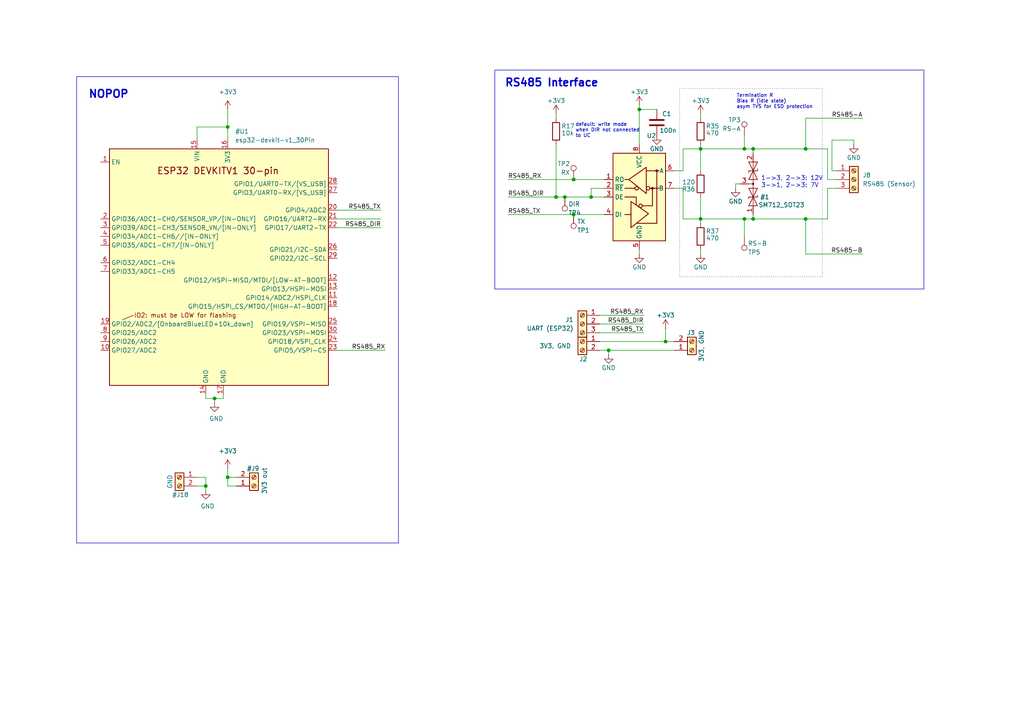
<source format=kicad_sch>
(kicad_sch (version 20250114) (generator "eeschema") (generator_version "9.0")
  (paper "A4")
  (lib_symbols
    (symbol "Connector:Screw_Terminal_01x02" (pin_names (offset 1.016) (hide yes))
      (property "Reference" "J" (at 0 2.54 0))
      (property "Value" "Screw_Terminal_01x02" (at 0 -5.08 0))
      (symbol "Screw_Terminal_01x02_1_1"
        (rectangle (start -1.27 1.27) (end 1.27 -3.81) (stroke (width 0.254)) (fill (type background)))
        (polyline (pts (xy -0.5334 0.3302) (xy 0.3302 -0.508)) (stroke (width 0.1524)))
        (polyline (pts (xy -0.5334 -2.2098) (xy 0.3302 -3.048)) (stroke (width 0.1524)))
        (polyline (pts (xy -0.3556 0.508) (xy 0.508 -0.3302)) (stroke (width 0.1524)))
        (polyline (pts (xy -0.3556 -2.032) (xy 0.508 -2.8702)) (stroke (width 0.1524)))
        (circle (center 0 0) (radius 0.635) (stroke (width 0.1524)))
        (circle (center 0 -2.54) (radius 0.635) (stroke (width 0.1524)))
        (pin passive line (at -5.08 0 0) (length 3.81) (name "Pin_1") (number "1"))
        (pin passive line (at -5.08 -2.54 0) (length 3.81) (name "Pin_2") (number "2"))
      )
    )
    (symbol "Connector:Screw_Terminal_01x03" (pin_names (offset 1.016) (hide yes))
      (property "Reference" "J" (at 0 5.08 0))
      (property "Value" "Screw_Terminal_01x03" (at 0 -5.08 0))
      (symbol "Screw_Terminal_01x03_1_1"
        (rectangle (start -1.27 3.81) (end 1.27 -3.81) (stroke (width 0.254)) (fill (type background)))
        (polyline (pts (xy -0.5334 2.8702) (xy 0.3302 2.032)) (stroke (width 0.1524)))
        (polyline (pts (xy -0.5334 0.3302) (xy 0.3302 -0.508)) (stroke (width 0.1524)))
        (polyline (pts (xy -0.5334 -2.2098) (xy 0.3302 -3.048)) (stroke (width 0.1524)))
        (polyline (pts (xy -0.3556 3.048) (xy 0.508 2.2098)) (stroke (width 0.1524)))
        (polyline (pts (xy -0.3556 0.508) (xy 0.508 -0.3302)) (stroke (width 0.1524)))
        (polyline (pts (xy -0.3556 -2.032) (xy 0.508 -2.8702)) (stroke (width 0.1524)))
        (circle (center 0 2.54) (radius 0.635) (stroke (width 0.1524)))
        (circle (center 0 0) (radius 0.635) (stroke (width 0.1524)))
        (circle (center 0 -2.54) (radius 0.635) (stroke (width 0.1524)))
        (pin passive line (at -5.08 2.54 0) (length 3.81) (name "Pin_1") (number "1"))
        (pin passive line (at -5.08 0 0) (length 3.81) (name "Pin_2") (number "2"))
        (pin passive line (at -5.08 -2.54 0) (length 3.81) (name "Pin_3") (number "3"))
      )
    )
    (symbol "Connector:TestPoint" (pin_numbers (hide yes)) (pin_names (offset 0.762) (hide yes))
      (property "Reference" "TP" (at 0 6.858 0))
      (property "Value" "TestPoint" (at 0 5.08 0))
      (symbol "TestPoint_0_1"
        (circle (center 0 3.302) (radius 0.762))
      )
      (symbol "TestPoint_1_1"
        (pin passive line (at 0 0 90) (length 2.54) (name "1") (number "1"))
      )
    )
    (symbol "Device:C" (pin_numbers (hide yes)) (pin_names (offset 0.254))
      (property "Reference" "C" (at 0.635 2.54 0))
      (property "Value" "C" (at 0.635 -2.54 0))
      (symbol "C_0_1"
        (polyline (pts (xy -2.032 0.762) (xy 2.032 0.762)) (stroke (width 0.508)))
        (polyline (pts (xy -2.032 -0.762) (xy 2.032 -0.762)) (stroke (width 0.508)))
      )
      (symbol "C_1_1"
        (pin passive line (at 0 3.81 270) (length 2.794) (name "~") (number "1"))
        (pin passive line (at 0 -3.81 90) (length 2.794) (name "~") (number "2"))
      )
    )
    (symbol "Device:R" (pin_numbers (hide yes)) (pin_names (offset 0))
      (property "Reference" "R" (at 2.032 0 90))
      (property "Value" "R" (at 0 0 90))
      (symbol "R_0_1"
        (rectangle (start -1.016 -2.54) (end 1.016 2.54) (stroke (width 0.254)))
      )
      (symbol "R_1_1"
        (pin passive line (at 0 3.81 270) (length 1.27) (name "~") (number "1"))
        (pin passive line (at 0 -3.81 90) (length 1.27) (name "~") (number "2"))
      )
    )
    (symbol "Diode:SM712_SOT23" (pin_names (offset 1.016) (hide yes))
      (property "Reference" "D" (at 0 4.445 0))
      (property "Value" "SM712_SOT23" (at 0 2.54 0))
      (symbol "SM712_SOT23_0_0"
        (polyline (pts (xy 0 -1.27) (xy 0 0)))
      )
      (symbol "SM712_SOT23_0_1"
        (polyline (pts (xy -6.35 0) (xy 6.35 0)))
        (polyline (pts (xy -6.35 -1.27) (xy -1.27 1.27) (xy -1.27 -1.27) (xy -6.35 1.27) (xy -6.35 -1.27)) (stroke (width 0.2032)))
        (polyline (pts (xy -3.302 1.27) (xy -3.81 1.27) (xy -3.81 -1.27) (xy -4.318 -1.27)) (stroke (width 0.2032)))
        (circle (center 0 0) (radius 0.254) (fill (type outline)))
        (polyline (pts (xy 1.27 -1.27) (xy 1.27 1.27) (xy 6.35 -1.27) (xy 6.35 1.27) (xy 1.27 -1.27)) (stroke (width 0.2032)))
        (polyline (pts (xy 4.318 1.27) (xy 3.81 1.27) (xy 3.81 -1.27) (xy 3.302 -1.27)) (stroke (width 0.2032)))
      )
      (symbol "SM712_SOT23_1_1"
        (pin passive line (at -8.89 0 0) (length 2.54) (name "A1") (number "1"))
        (pin input line (at 0 -3.81 90) (length 2.54) (name "common") (number "3"))
        (pin passive line (at 8.89 0 180) (length 2.54) (name "A2") (number "2"))
      )
    )
    (symbol "Interface_UART:MAX3485"
      (property "Reference" "U" (at -6.985 13.97 0))
      (property "Value" "MAX3485" (at 1.905 13.97 0))
      (symbol "MAX3485_0_1"
        (rectangle (start -7.62 12.7) (end 7.62 -12.7) (stroke (width 0.254)) (fill (type background)))
        (polyline (pts (xy -4.191 2.54) (xy -1.27 2.54)) (stroke (width 0.254)))
        (polyline (pts (xy -4.191 0) (xy -0.889 0) (xy -0.889 -2.286)) (stroke (width 0.254)))
        (polyline (pts (xy -3.175 5.08) (xy -4.191 5.08) (xy -4.064 5.08)) (stroke (width 0.254)))
        (polyline (pts (xy -2.54 -5.08) (xy -4.191 -5.08)) (stroke (width 0.254)))
        (polyline (pts (xy -2.413 -5.08) (xy -2.413 -1.27) (xy 2.667 -4.826) (xy -2.413 -8.89) (xy -2.413 -5.08)) (stroke (width 0.254)))
        (polyline (pts (xy -0.635 -7.62) (xy 5.08 -7.62)) (stroke (width 0.254)))
        (circle (center 0.381 -2.54) (radius 0.508) (stroke (width 0.254)))
        (polyline (pts (xy 0.889 -2.54) (xy 3.81 -2.54)) (stroke (width 0.254)))
        (polyline (pts (xy 2.032 7.62) (xy 5.715 7.62)) (stroke (width 0.254)))
        (polyline (pts (xy 3.048 2.54) (xy 5.715 2.54)) (stroke (width 0.254)))
        (circle (center 3.81 2.54) (radius 0.2794) (stroke (width 0.254)) (fill (type outline)))
        (polyline (pts (xy 3.81 -2.54) (xy 3.81 2.54)) (stroke (width 0.254)))
        (polyline (pts (xy 5.08 -7.62) (xy 5.08 7.62)) (stroke (width 0.254)))
      )
      (symbol "MAX3485_1_1"
        (circle (center -0.762 2.54) (radius 0.508) (stroke (width 0.254)))
        (polyline (pts (xy 2.032 4.826) (xy 2.032 8.636) (xy -3.048 5.08) (xy 2.032 1.016) (xy 2.032 4.826)) (stroke (width 0.254)))
        (circle (center 2.54 2.54) (radius 0.508) (stroke (width 0.254)))
        (circle (center 5.08 7.62) (radius 0.2794) (stroke (width 0.254)) (fill (type outline)))
        (pin output line (at -10.16 5.08 0) (length 2.54) (name "RO") (number "1"))
        (pin input line (at -10.16 2.54 0) (length 2.54) (name "~{RE}") (number "2"))
        (pin input line (at -10.16 0 0) (length 2.54) (name "DE") (number "3"))
        (pin input line (at -10.16 -5.08 0) (length 2.54) (name "DI") (number "4"))
        (pin power_in line (at 0 15.24 270) (length 2.54) (name "VCC") (number "8"))
        (pin power_in line (at 0 -15.24 90) (length 2.54) (name "GND") (number "5"))
        (pin bidirectional line (at 10.16 7.62 180) (length 2.54) (name "A") (number "6"))
        (pin bidirectional line (at 10.16 2.54 180) (length 2.54) (name "B") (number "7"))
      )
    )
    (symbol "devboards_libJonny:esp32-devkit-v1_30Pin"
      (property "Reference" "U1" (at 23.7841 48.26 0))
      (property "Value" "esp32-devkit-v1_30Pin" (at 23.7841 45.72 0))
      (symbol "esp32-devkit-v1_30Pin_1_1"
        (rectangle (start -12.7 43.18) (end 50.8 -25.4) (stroke (width 0.254)) (fill (type background)))
        (polyline (pts (xy -8.89 -6.35) (xy -5.715 -5.08)))
        (text "IO2: must be LOW for flashing" (at -5.588 -5.08 0) (effects (font (size 1.27 1.27)) (justify left)))
        (text "ESP32 DEVKITV1 30-pin" (at 18.796 36.83 0) (effects (font (size 1.9 1.9) (thickness 0.254) (bold yes))))
        (pin input line (at -15.24 39.37 0) (length 2.54) (name "EN") (number "1"))
        (pin input line (at -15.24 22.86 0) (length 2.54) (name "GPIO36/ADC1-CH0/SENSOR_VP/[IN-ONLY]") (number "2"))
        (pin input line (at -15.24 20.32 0) (length 2.54) (name "GPIO39/ADC1-CH3/SENSOR_VN/[IN-ONLY]") (number "3"))
        (pin input line (at -15.24 17.78 0) (length 2.54) (name "GPIO34/ADC1-CH6//[IN-ONLY]") (number "4"))
        (pin input line (at -15.24 15.24 0) (length 2.54) (name "GPIO35/ADC1-CH7/[IN-ONLY]") (number "5"))
        (pin bidirectional line (at -15.24 10.16 0) (length 2.54) (name "GPIO32/ADC1-CH4") (number "6"))
        (pin bidirectional line (at -15.24 7.62 0) (length 2.54) (name "GPIO33/ADC1-CH5") (number "7"))
        (pin bidirectional line (at -15.24 -7.62 0) (length 2.54) (name "GPIO2/ADC2/[OnboardBlueLED+10k_down]") (number "19"))
        (pin bidirectional line (at -15.24 -10.16 0) (length 2.54) (name "GPIO25/ADC2") (number "8"))
        (pin bidirectional line (at -15.24 -12.7 0) (length 2.54) (name "GPIO26/ADC2") (number "9"))
        (pin bidirectional line (at -15.24 -15.24 0) (length 2.54) (name "GPIO27/ADC2") (number "10"))
        (pin power_in line (at 12.7 45.72 270) (length 2.54) (name "VIN") (number "15"))
        (pin power_in line (at 15.24 -27.94 90) (length 2.54) (name "GND") (number "14"))
        (pin power_in line (at 20.32 -27.94 90) (length 2.54) (name "GND") (number "17"))
        (pin power_in line (at 21.59 45.72 270) (length 2.54) (name "3V3") (number "16"))
        (pin bidirectional line (at 53.34 33.02 180) (length 2.54) (name "GPIO1/UART0-TX/[VS_USB]") (number "28"))
        (pin bidirectional line (at 53.34 30.48 180) (length 2.54) (name "GPIO3/UART0-RX/[VS_USB]") (number "27"))
        (pin bidirectional line (at 53.34 25.4 180) (length 2.54) (name "GPIO4/ADC2") (number "20"))
        (pin bidirectional line (at 53.34 22.86 180) (length 2.54) (name "GPIO16/UART2-RX") (number "21"))
        (pin bidirectional line (at 53.34 20.32 180) (length 2.54) (name "GPIO17/UART2-TX") (number "22"))
        (pin bidirectional line (at 53.34 13.97 180) (length 2.54) (name "GPIO21/I2C-SDA") (number "26"))
        (pin bidirectional line (at 53.34 11.43 180) (length 2.54) (name "GPIO22/I2C-SCL") (number "29"))
        (pin bidirectional line (at 53.34 5.08 180) (length 2.54) (name "GPIO12/HSPI-MISO/MTDI/[LOW-AT-BOOT]") (number "12"))
        (pin bidirectional line (at 53.34 2.54 180) (length 2.54) (name "GPIO13/HSPI-MOSI") (number "13"))
        (pin bidirectional line (at 53.34 0 180) (length 2.54) (name "GPIO14/ADC2/HSPI_CLK") (number "11"))
        (pin bidirectional line (at 53.34 -2.54 180) (length 2.54) (name "GPIO15/HSPI_CS/MTDO/[HIGH-AT-BOOT]") (number "18"))
        (pin bidirectional line (at 53.34 -7.62 180) (length 2.54) (name "GPIO19/VSPI-MISO") (number "25"))
        (pin bidirectional line (at 53.34 -10.16 180) (length 2.54) (name "GPIO23/VSPI-MOSI") (number "30"))
        (pin bidirectional line (at 53.34 -12.7 180) (length 2.54) (name "GPIO18/VSPI_CLK") (number "24"))
        (pin bidirectional line (at 53.34 -15.24 180) (length 2.54) (name "GPIO5/VSPI-CS") (number "23"))
      )
    )
    (symbol "power:+3V3" (power) (pin_numbers (hide yes)) (pin_names (offset 0) (hide yes))
      (property "Value" "+3V3" (at 0 3.556 0))
      (symbol "+3V3_0_1"
        (polyline (pts (xy -0.762 1.27) (xy 0 2.54)))
        (polyline (pts (xy 0 2.54) (xy 0.762 1.27)))
        (polyline (pts (xy 0 0) (xy 0 2.54)))
      )
      (symbol "+3V3_1_1"
        (pin power_in line (at 0 0 90) (length 0) (name "~") (number "1"))
      )
    )
    (symbol "power:GND" (power) (pin_numbers (hide yes)) (pin_names (offset 0) (hide yes))
      (property "Value" "GND" (at 0 -3.81 0))
      (symbol "GND_0_1"
        (polyline (pts (xy 0 0) (xy 0 -1.27) (xy 1.27 -1.27) (xy 0 -2.54) (xy -1.27 -1.27) (xy 0 -1.27)))
      )
      (symbol "GND_1_1"
        (pin power_in line (at 0 0 270) (length 0) (name "~") (number "1"))
      )
    )
  )
  (rectangle (start 22.225 22.225) (end 115.57 157.48))
  (rectangle (start 197.104 25.654) (end 238.506 80.264) (stroke (width 0) (type dot)))
  (rectangle (start 143.51 20.32) (end 267.97 83.82))
  (text "RS485 Interface" (at 160.02 24.13 0) (effects (font (size 2.2 2.2) (thickness 0.44) (bold yes))))
  (text "Termination R\nBias R (idle state)\nasym TVS for ESD protection" (at 213.614 29.464 0) (effects (font (size 1 1)) (justify left)))
  (text "NOPOP" (at 31.496 27.432 0) (effects (font (size 2.2 2.2) (thickness 0.44) (bold yes))))
  (text "1->3, 2->3: 12V\n3->1, 2->3: 7V" (at 220.726 52.832 0) (effects (font (size 1.27 1.27)) (justify left)))
  (text "default: write mode\nwhen DIR not connected\nto UC" (at 166.878 37.846 0) (effects (font (size 1 1)) (justify left)))
  (junction (at 203.2 63.5))
  (junction (at 233.68 43.18))
  (junction (at 59.69 140.97))
  (junction (at 171.45 57.15))
  (junction (at 185.42 31.75))
  (junction (at 176.53 101.6))
  (junction (at 62.23 115.57))
  (junction (at 193.04 99.06))
  (junction (at 215.9 43.18))
  (junction (at 218.44 63.5))
  (junction (at 161.29 57.15))
  (junction (at 215.9 63.5))
  (junction (at 218.44 43.18))
  (junction (at 163.83 57.15))
  (junction (at 166.37 52.07))
  (junction (at 203.2 43.18))
  (junction (at 66.04 36.83))
  (junction (at 233.68 63.5))
  (junction (at 66.04 138.43))
  (junction (at 166.37 62.23))
  (wire (pts (xy 213.36 54.61) (xy 213.36 53.34)))
  (wire (pts (xy 59.69 138.43) (xy 57.15 138.43)))
  (wire (pts (xy 195.58 49.53) (xy 198.12 49.53)))
  (wire (pts (xy 59.69 115.57) (xy 62.23 115.57)))
  (wire (pts (xy 233.68 34.29) (xy 233.68 43.18)))
  (wire (pts (xy 175.26 57.15) (xy 171.45 57.15)))
  (wire (pts (xy 241.3 40.64) (xy 241.3 49.53)))
  (wire (pts (xy 161.29 33.02) (xy 161.29 34.29)))
  (wire (pts (xy 242.57 54.61) (xy 240.03 54.61)))
  (wire (pts (xy 147.32 57.15) (xy 161.29 57.15)))
  (wire (pts (xy 215.9 43.18) (xy 218.44 43.18)))
  (wire (pts (xy 213.36 53.34) (xy 214.63 53.34)))
  (wire (pts (xy 171.45 54.61) (xy 175.26 54.61)))
  (wire (pts (xy 57.15 40.64) (xy 57.15 36.83)))
  (wire (pts (xy 66.04 138.43) (xy 66.04 140.97)))
  (wire (pts (xy 233.68 73.66) (xy 233.68 63.5)))
  (wire (pts (xy 203.2 63.5) (xy 215.9 63.5)))
  (wire (pts (xy 66.04 31.75) (xy 66.04 36.83)))
  (wire (pts (xy 241.3 49.53) (xy 242.57 49.53)))
  (wire (pts (xy 110.49 66.04) (xy 97.79 66.04)))
  (wire (pts (xy 66.04 135.89) (xy 66.04 138.43)))
  (wire (pts (xy 176.53 102.87) (xy 176.53 101.6)))
  (wire (pts (xy 64.77 115.57) (xy 64.77 114.3)))
  (wire (pts (xy 57.15 36.83) (xy 66.04 36.83)))
  (wire (pts (xy 186.69 96.52) (xy 173.99 96.52)))
  (wire (pts (xy 176.53 101.6) (xy 173.99 101.6)))
  (wire (pts (xy 147.32 62.23) (xy 166.37 62.23)))
  (wire (pts (xy 247.65 40.64) (xy 241.3 40.64)))
  (wire (pts (xy 161.29 57.15) (xy 163.83 57.15)))
  (wire (pts (xy 66.04 140.97) (xy 68.58 140.97)))
  (wire (pts (xy 171.45 54.61) (xy 171.45 57.15)))
  (wire (pts (xy 97.79 101.6) (xy 111.76 101.6)))
  (wire (pts (xy 203.2 43.18) (xy 203.2 49.53)))
  (wire (pts (xy 186.69 93.98) (xy 173.99 93.98)))
  (wire (pts (xy 203.2 57.15) (xy 203.2 63.5)))
  (wire (pts (xy 203.2 63.5) (xy 203.2 64.77)))
  (wire (pts (xy 215.9 63.5) (xy 218.44 63.5)))
  (wire (pts (xy 66.04 138.43) (xy 68.58 138.43)))
  (wire (pts (xy 185.42 31.75) (xy 190.5 31.75)))
  (wire (pts (xy 59.69 114.3) (xy 59.69 115.57)))
  (wire (pts (xy 173.99 99.06) (xy 193.04 99.06)))
  (wire (pts (xy 198.12 63.5) (xy 203.2 63.5)))
  (wire (pts (xy 110.49 63.5) (xy 97.79 63.5)))
  (wire (pts (xy 218.44 43.18) (xy 233.68 43.18)))
  (wire (pts (xy 203.2 72.39) (xy 203.2 73.66)))
  (wire (pts (xy 215.9 39.37) (xy 215.9 43.18)))
  (wire (pts (xy 195.58 54.61) (xy 198.12 54.61)))
  (wire (pts (xy 203.2 41.91) (xy 203.2 43.18)))
  (wire (pts (xy 185.42 73.66) (xy 185.42 72.39)))
  (wire (pts (xy 166.37 52.07) (xy 175.26 52.07)))
  (wire (pts (xy 59.69 142.24) (xy 59.69 140.97)))
  (wire (pts (xy 161.29 41.91) (xy 161.29 57.15)))
  (wire (pts (xy 240.03 54.61) (xy 240.03 63.5)))
  (wire (pts (xy 62.23 115.57) (xy 62.23 116.84)))
  (wire (pts (xy 218.44 62.23) (xy 218.44 63.5)))
  (wire (pts (xy 193.04 95.25) (xy 193.04 99.06)))
  (wire (pts (xy 59.69 138.43) (xy 59.69 140.97)))
  (wire (pts (xy 203.2 43.18) (xy 215.9 43.18)))
  (wire (pts (xy 203.2 33.02) (xy 203.2 34.29)))
  (wire (pts (xy 198.12 43.18) (xy 203.2 43.18)))
  (wire (pts (xy 166.37 62.23) (xy 175.26 62.23)))
  (wire (pts (xy 240.03 52.07) (xy 240.03 43.18)))
  (wire (pts (xy 242.57 52.07) (xy 240.03 52.07)))
  (wire (pts (xy 57.15 140.97) (xy 59.69 140.97)))
  (wire (pts (xy 233.68 63.5) (xy 240.03 63.5)))
  (wire (pts (xy 198.12 49.53) (xy 198.12 43.18)))
  (wire (pts (xy 215.9 63.5) (xy 215.9 68.58)))
  (wire (pts (xy 218.44 43.18) (xy 218.44 44.45)))
  (wire (pts (xy 233.68 73.66) (xy 250.19 73.66)))
  (wire (pts (xy 147.32 52.07) (xy 166.37 52.07)))
  (wire (pts (xy 110.49 60.96) (xy 97.79 60.96)))
  (wire (pts (xy 176.53 101.6) (xy 195.58 101.6)))
  (wire (pts (xy 185.42 30.48) (xy 185.42 31.75)))
  (wire (pts (xy 247.65 41.91) (xy 247.65 40.64)))
  (wire (pts (xy 185.42 31.75) (xy 185.42 41.91)))
  (wire (pts (xy 186.69 91.44) (xy 173.99 91.44)))
  (wire (pts (xy 233.68 43.18) (xy 240.03 43.18)))
  (wire (pts (xy 163.83 57.15) (xy 171.45 57.15)))
  (wire (pts (xy 62.23 115.57) (xy 64.77 115.57)))
  (wire (pts (xy 195.58 99.06) (xy 193.04 99.06)))
  (wire (pts (xy 233.68 34.29) (xy 250.19 34.29)))
  (wire (pts (xy 218.44 63.5) (xy 233.68 63.5)))
  (wire (pts (xy 66.04 36.83) (xy 66.04 40.64)))
  (wire (pts (xy 198.12 54.61) (xy 198.12 63.5)))
  (label "RS485_RX" (at 111.76 101.6 180))
  (label "RS485_RX" (at 147.32 52.07 0))
  (label "RS485_DIR" (at 147.32 57.15 0))
  (label "RS485_TX" (at 110.49 60.96 180))
  (label "RS485_DIR" (at 186.69 93.98 180))
  (label "RS485_DIR" (at 110.49 66.04 180))
  (label "RS485_TX" (at 147.32 62.23 0))
  (label "RS485-B" (at 250.19 73.66 180))
  (label "RS485_RX" (at 186.69 91.44 180))
  (label "RS485_TX" (at 186.69 96.52 180))
  (label "RS485-A" (at 250.19 34.29 180))
  (symbol (lib_id "Device:R") (at 161.29 38.1 0) (unit 1)
    (property "Reference" "R17" (at 162.814 36.576 0) (effects (justify left)))
    (property "Value" "10k" (at 162.814 38.608 0) (effects (justify left)))
    (property "Footprint" "Resistor_THT:R_Axial_DIN0309_L9.0mm_D3.2mm_P15.24mm_Horizontal" (effects (hide yes)))
    (property "Description" "Resistor" (effects (hide yes)))
  )
  (symbol (lib_id "Device:C") (at 190.5 35.56 0) (unit 1)
    (property "Reference" "C1" (at 192.024 33.02 0) (effects (justify left)))
    (property "Value" "100n" (at 191.262 37.846 0) (effects (justify left)))
    (property "Footprint" "Capacitor_THT:C_Disc_D7.0mm_W2.5mm_P5.00mm" (effects (hide yes)))
    (property "Description" "Unpolarized capacitor" (effects (hide yes)))
  )
  (symbol (lib_id "Interface_UART:MAX3485") (at 185.42 57.15 0) (unit 1)
    (property "Reference" "U2" (at 187.5633 39.37 0) (effects (justify left)))
    (property "Value" "MAX3485" (effects (hide yes)))
    (property "Footprint" "Package_DIP:DIP-8_W7.62mm_LongPads" (effects (hide yes)))
    (property "Datasheet" "https://datasheets.maximintegrated.com/en/ds/MAX3483-MAX3491.pdf" (effects (hide yes)))
    (property "Description" "True RS-485/RS-422, 10Mbps, Slew-Rate Limited, with low-power shutdown, with receiver/driver enable, 32 receiver drive capacitity, DIP-8 and SOIC-8" (effects (hide yes)))
  )
  (symbol (lib_id "power:+3V3") (at 203.2 33.02 0) (unit 1)
    (property "Reference" "#PWR021" (effects (hide yes)))
    (property "Value" "+3V3" (at 203.2 29.21 0))
    (property "Description" "Power symbol creates a global label with name \"+3V3\"" (effects (hide yes)))
  )
  (symbol (lib_id "Connector:TestPoint") (at 215.9 68.58 0) (mirror x) (unit 1)
    (property "Reference" "TP5" (at 216.916 73.152 0) (effects (justify left)))
    (property "Value" "RS-B" (at 216.916 70.612 0) (effects (justify left)))
    (property "Footprint" "Connector_PinHeader_2.54mm:PinHeader_1x01_P2.54mm_Vertical" (effects (hide yes)))
    (property "Description" "test point" (effects (hide yes)))
  )
  (symbol (lib_id "Connector:TestPoint") (at 163.83 57.15 0) (mirror x) (unit 1)
    (property "Reference" "TP4" (at 164.846 61.722 0) (effects (justify left)))
    (property "Value" "DIR" (at 164.846 59.182 0) (effects (justify left)))
    (property "Footprint" "Connector_PinHeader_2.54mm:PinHeader_1x01_P2.54mm_Vertical" (effects (hide yes)))
    (property "Description" "test point" (effects (hide yes)))
  )
  (symbol (lib_id "Connector:TestPoint") (at 166.37 52.07 0) (mirror y) (unit 1)
    (property "Reference" "TP2" (at 165.354 47.498 0) (effects (justify left)))
    (property "Value" "RX" (at 165.354 50.038 0) (effects (justify left)))
    (property "Footprint" "Connector_PinHeader_2.54mm:PinHeader_1x01_P2.54mm_Vertical" (effects (hide yes)))
    (property "Description" "test point" (effects (hide yes)))
  )
  (symbol (lib_id "power:+3V3") (at 66.04 31.75 0) (unit 1)
    (property "Reference" "#PWR02" (effects (hide yes)))
    (property "Value" "+3V3" (at 66.04 26.67 0))
    (property "Description" "Power symbol creates a global label with name \"+3V3\"" (effects (hide yes)))
  )
  (symbol (lib_id "power:+3V3") (at 185.42 30.48 0) (unit 1)
    (property "Reference" "#PWR012" (effects (hide yes)))
    (property "Value" "+3V3" (at 185.42 26.67 0))
    (property "Description" "Power symbol creates a global label with name \"+3V3\"" (effects (hide yes)))
  )
  (symbol (lib_id "Connector:Screw_Terminal_01x02") (at 168.91 99.06 0) (mirror y) (unit 1)
    (property "Reference" "J2" (at 169.164 104.14 0))
    (property "Value" "3V3, GND" (at 161.036 100.33 0))
    (property "Footprint" "terminals_libJonny:ScrewTerminal_P5mm_2Pin_FP10x8" (effects (hide yes)))
    (property "Description" "Generic screw terminal, single row, 01x02, script generated (kicad-library-utils/schlib/autogen/connector/)" (effects (hide yes)))
  )
  (symbol (lib_id "power:GND") (at 185.42 73.66 0) (unit 1)
    (property "Reference" "#PWR029" (effects (hide yes)))
    (property "Value" "GND" (at 185.42 77.47 0))
    (property "Description" "Power symbol creates a global label with name \"GND\" , ground" (effects (hide yes)))
  )
  (symbol (lib_id "power:GND") (at 203.2 73.66 0) (unit 1)
    (property "Reference" "#PWR050" (effects (hide yes)))
    (property "Value" "GND" (at 203.2 77.47 0))
    (property "Description" "Power symbol creates a global label with name \"GND\" , ground" (effects (hide yes)))
  )
  (symbol (lib_id "Connector:TestPoint") (at 215.9 39.37 0) (mirror y) (unit 1)
    (property "Reference" "TP3" (at 214.884 34.798 0) (effects (justify left)))
    (property "Value" "RS-A" (at 214.884 37.338 0) (effects (justify left)))
    (property "Footprint" "Connector_PinHeader_2.54mm:PinHeader_1x01_P2.54mm_Vertical" (effects (hide yes)))
    (property "Description" "test point" (effects (hide yes)))
  )
  (symbol (lib_id "power:+3V3") (at 66.04 135.89 0) (unit 1)
    (property "Reference" "#PWR03" (effects (hide yes)))
    (property "Value" "+3V3" (at 66.04 130.81 0))
    (property "Description" "Power symbol creates a global label with name \"+3V3\"" (effects (hide yes)))
  )
  (symbol (lib_id "Connector:TestPoint") (at 166.37 62.23 0) (mirror x) (unit 1)
    (property "Reference" "TP1" (at 167.386 66.802 0) (effects (justify left)))
    (property "Value" "TX" (at 167.386 64.262 0) (effects (justify left)))
    (property "Footprint" "Connector_PinHeader_2.54mm:PinHeader_1x01_P2.54mm_Vertical" (effects (hide yes)))
    (property "Description" "test point" (effects (hide yes)))
  )
  (symbol (lib_id "Connector:Screw_Terminal_01x03") (at 247.65 52.07 0) (unit 1)
    (property "Reference" "J8" (at 250.19 50.7999 0) (effects (justify left)))
    (property "Value" "RS485 (Sensor)" (at 250.19 53.3399 0) (effects (justify left)))
    (property "Footprint" "terminals_libJonny:ScrewTerminal_P5mm_3Pin_FP15x8" (effects (hide yes)))
    (property "Datasheet" "https://www.reichelt.com/be/en/shop/product/print_pin_header_micro_rm_2_5_angled_3-pin-45920?nbc=1&trstct=pos_19    https://www.reichelt.com/be/en/shop/product/cage-clamp_female_multi-point_connector_micro_rm_2_5_3-pin-45929" (effects (hide yes)))
    (property "Description" "Generic screw terminal, single row, 01x03, script generated (kicad-library-utils/schlib/autogen/connector/)" (effects (hide yes)))
  )
  (symbol (lib_id "power:GND") (at 62.23 116.84 0) (unit 1)
    (property "Reference" "#PWR01" (effects (hide yes)))
    (property "Value" "GND" (at 62.738 121.412 0))
    (property "Description" "Power symbol creates a global label with name \"GND\" , ground" (effects (hide yes)))
  )
  (symbol (lib_id "power:+3V3") (at 193.04 95.25 0) (unit 1)
    (property "Reference" "#PWR05" (effects (hide yes)))
    (property "Value" "+3V3" (at 193.04 91.44 0))
    (property "Description" "Power symbol creates a global label with name \"+3V3\"" (effects (hide yes)))
  )
  (symbol (lib_id "Connector:Screw_Terminal_01x02") (at 52.07 138.43 0) (mirror y) (unit 1)
    (property "Reference" "#J18" (at 52.324 143.51 0))
    (property "Value" "GND" (at 49.276 139.7 90))
    (property "Footprint" "terminals_libJonny:ScrewTerminal_P5mm_2Pin_FP10x8" (effects (hide yes)))
    (property "Description" "Generic screw terminal, single row, 01x02, script generated (kicad-library-utils/schlib/autogen/connector/)" (effects (hide yes)))
  )
  (symbol (lib_id "Device:R") (at 203.2 68.58 0) (unit 1)
    (property "Reference" "R37" (at 204.724 67.056 0) (effects (justify left)))
    (property "Value" "470" (at 204.724 69.088 0) (effects (justify left)))
    (property "Footprint" "Resistor_THT:R_Axial_DIN0207_L6.3mm_D2.5mm_P10.16mm_Horizontal" (effects (hide yes)))
    (property "Description" "Resistor" (effects (hide yes)))
  )
  (symbol (lib_id "Device:R") (at 203.2 38.1 0) (unit 1)
    (property "Reference" "R35" (at 204.724 36.576 0) (effects (justify left)))
    (property "Value" "470" (at 204.724 38.608 0) (effects (justify left)))
    (property "Footprint" "Resistor_THT:R_Axial_DIN0207_L6.3mm_D2.5mm_P5.08mm_Vertical" (effects (hide yes)))
    (property "Description" "Resistor" (effects (hide yes)))
  )
  (symbol (lib_id "Diode:SM712_SOT23") (at 218.44 53.34 270) (mirror x) (unit 1)
    (property "Reference" "#1" (at 220.472 57.15 90) (effects (justify left)))
    (property "Value" "SM712_SOT23" (at 219.964 59.436 90) (effects (justify left)))
    (property "Footprint" "Package_TO_SOT_SMD:SOT-23" (effects (hide yes)))
    (property "Datasheet" "https://www.conrad.de/de/p/bourns-tvs-diode-cdsot23-sm712-sot-23-3-7-5-v-13-3-v-400-w-1055460.html" (effects (hide yes)))
    (property "Description" "7V/12V, 600W Asymmetrical TVS Diode Array, SOT-23" (effects (hide yes)))
  )
  (symbol (lib_id "power:GND") (at 247.65 41.91 0) (unit 1)
    (property "Reference" "#PWR051" (effects (hide yes)))
    (property "Value" "GND" (at 247.65 45.72 0))
    (property "Description" "Power symbol creates a global label with name \"GND\" , ground" (effects (hide yes)))
  )
  (symbol (lib_id "Connector:Screw_Terminal_01x02") (at 73.66 140.97 0) (mirror x) (unit 1)
    (property "Reference" "#J9" (at 73.406 135.89 0))
    (property "Value" "3V3 out" (at 76.708 139.446 90))
    (property "Footprint" "terminals_libJonny:ScrewTerminal_P5mm_2Pin_FP10x8" (effects (hide yes)))
    (property "Description" "Generic screw terminal, single row, 01x02, script generated (kicad-library-utils/schlib/autogen/connector/)" (effects (hide yes)))
  )
  (symbol (lib_id "Connector:Screw_Terminal_01x02") (at 200.66 101.6 0) (mirror x) (unit 1)
    (property "Reference" "J3" (at 200.406 96.52 0))
    (property "Value" "3V3, GND" (at 203.454 100.33 90))
    (property "Footprint" "terminals_libJonny:ScrewTerminal_P5mm_2Pin_FP10x8" (effects (hide yes)))
    (property "Description" "Generic screw terminal, single row, 01x02, script generated (kicad-library-utils/schlib/autogen/connector/)" (effects (hide yes)))
  )
  (symbol (lib_id "devboards_libJonny:esp32-devkit-v1_30Pin") (at 44.45 86.36 0) (unit 1)
    (property "Reference" "#U1" (at 68.1833 38.1 0) (effects (justify left)))
    (property "Value" "esp32-devkit-v1_30Pin" (at 68.1833 40.64 0) (effects (justify left)))
    (property "Footprint" "devboards_libJonny:esp32-devkit-v1_30Pin" (effects (hide yes)))
    (property "Datasheet" "https://aliexpress.com/item/32864722159.html" (effects (hide yes)))
    (property "Description" "32-bit microcontroller module with WiFi and Bluetooth" (effects (hide yes)))
  )
  (symbol (lib_id "power:GND") (at 213.36 54.61 0) (unit 1)
    (property "Reference" "#PWR058" (effects (hide yes)))
    (property "Value" "GND" (at 213.36 58.42 0))
    (property "Description" "Power symbol creates a global label with name \"GND\" , ground" (effects (hide yes)))
  )
  (symbol (lib_id "Device:R") (at 203.2 53.34 180) (unit 1)
    (property "Reference" "R36" (at 201.676 54.864 0) (effects (justify left)))
    (property "Value" "120" (at 201.676 52.832 0) (effects (justify left)))
    (property "Footprint" "Resistor_THT:R_Axial_DIN0207_L6.3mm_D2.5mm_P2.54mm_Vertical" (effects (hide yes)))
    (property "Description" "Resistor" (effects (hide yes)))
  )
  (symbol (lib_id "power:GND") (at 176.53 102.87 0) (unit 1)
    (property "Reference" "#PWR04" (effects (hide yes)))
    (property "Value" "GND" (at 176.53 106.68 0))
    (property "Description" "Power symbol creates a global label with name \"GND\" , ground" (effects (hide yes)))
  )
  (symbol (lib_id "Connector:Screw_Terminal_01x03") (at 168.91 93.98 0) (mirror y) (unit 1)
    (property "Reference" "J1" (at 166.37 92.7099 0) (effects (justify left)))
    (property "Value" "UART (ESP32)" (at 166.37 95.2499 0) (effects (justify left)))
    (property "Footprint" "terminals_libJonny:ScrewTerminal_P5mm_3Pin_FP15x8" (effects (hide yes)))
    (property "Datasheet" "https://www.reichelt.com/be/en/shop/product/print_pin_header_micro_rm_2_5_angled_3-pin-45920?nbc=1&trstct=pos_19    https://www.reichelt.com/be/en/shop/product/cage-clamp_female_multi-point_connector_micro_rm_2_5_3-pin-45929" (effects (hide yes)))
    (property "Description" "Generic screw terminal, single row, 01x03, script generated (kicad-library-utils/schlib/autogen/connector/)" (effects (hide yes)))
  )
  (symbol (lib_id "power:+3V3") (at 161.29 33.02 0) (unit 1)
    (property "Reference" "#PWR052" (effects (hide yes)))
    (property "Value" "+3V3" (at 161.29 29.21 0))
    (property "Description" "Power symbol creates a global label with name \"+3V3\"" (effects (hide yes)))
  )
  (symbol (lib_id "power:GND") (at 59.69 142.24 0) (unit 1)
    (property "Reference" "#PWR010" (effects (hide yes)))
    (property "Value" "GND" (at 60.198 146.812 0))
    (property "Description" "Power symbol creates a global label with name \"GND\" , ground" (effects (hide yes)))
  )
  (symbol (lib_id "power:GND") (at 190.5 39.37 0) (unit 1)
    (property "Reference" "#PWR06" (effects (hide yes)))
    (property "Value" "GND" (at 190.5 43.18 0))
    (property "Description" "Power symbol creates a global label with name \"GND\" , ground" (effects (hide yes)))
  )
)
</source>
